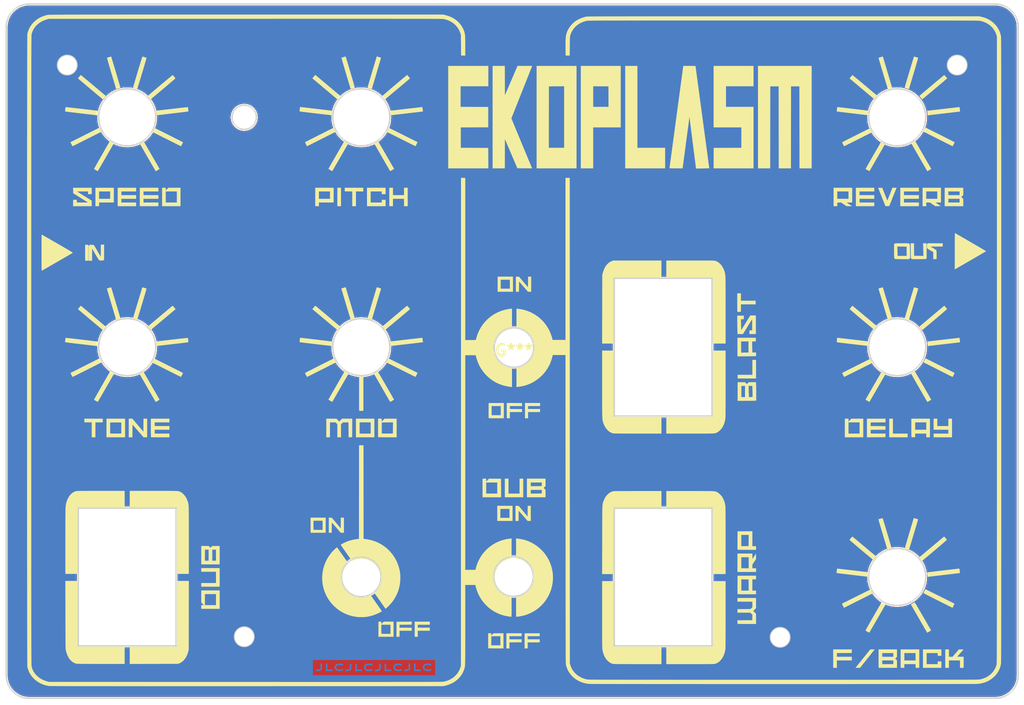
<source format=kicad_pcb>
(kicad_pcb (version 20211014) (generator pcbnew)
  (layers (0 "F.Cu" signal) (31 "B.Cu" signal) (34 "B.Paste" user) (35 "F.Paste" user) (36 "B.SilkS" user "B.Silkscreen") (37 "F.SilkS" user "F.Silkscreen") (38 "B.Mask" user) (39 "F.Mask" user) (44 "Edge.Cuts" user))
  (net 0 "")
  (net 1 "GND")
  (footprint "MountingHole:MountingHole_3.2mm_M3_DIN965_Pad" (layer "F.Cu") (at 367.766 176.992)
    (fp_text reference "H2" hide)
    (fp_text value "MountingHole_Pad")
    (pad "1" thru_hole circle (at 0 0) (size 3.5 3.5) (drill 2.5) (layers *.Cu *.Mask) (net 1 "GND"))
  )
  (footprint "MountingHole:MountingHole_3.2mm_M3_DIN965_Pad" (layer "F.Cu") (at 250.926 176.992)
    (fp_text reference "H2" hide)
    (fp_text value "MountingHole_Pad")
    (pad "1" thru_hole circle (at 0 0) (size 3.5 3.5) (drill 2.5) (layers *.Cu *.Mask) (net 1 "GND"))
  )
  (footprint "MountingHole:MountingHole_3.2mm_M3_DIN965_Pad" (layer "F.Cu") (at 274.167 252.049)
    (fp_text reference "H2" hide)
    (fp_text value "MountingHole_Pad")
    (pad "1" thru_hole circle (at 0 0) (size 3.5 3.5) (drill 2.5) (layers *.Cu *.Mask) (net 1 "GND"))
  )
  (footprint "MountingHole:MountingHole_3.2mm_M3_DIN965_Pad" (layer "F.Cu") (at 344.525 252.1252)
    (fp_text reference "H2" hide)
    (fp_text value "MountingHole_Pad")
    (pad "1" thru_hole circle (at 0 0) (size 3.5 3.5) (drill 2.5) (layers *.Cu *.Mask) (net 1 "GND"))
  )
  (footprint "ekoplasm footprint:ekoplasm" (layer "F.Cu") (at 309.6 214.45)
    (fp_text reference "G***" (at 0 0) (layer "F.SilkS") (effects (font (size 1.524 1.524) (thickness 0.3))))
    (fp_text value "LOGO" hide)
  )
  (gr_circle (center 289.534 214.0252) (end 293.284 214.0252) (layer "Edge.Cuts") (width 0.2) (fill none))
  (gr_line (start 252.375 235.1504) (end 265.225 235.1504) (layer "Edge.Cuts") (width 0.2))
  (gr_circle (center 274.167 252.049) (end 275.437 252.049) (layer "Edge.Cuts") (width 0.2) (fill none))
  (gr_circle (center 344.525 252.1252) (end 345.795 252.1252) (layer "Edge.Cuts") (width 0.2) (fill none))
  (gr_line (start 335.583 253.2504) (end 322.733 253.2504) (layer "Edge.Cuts") (width 0.2))
  (gr_line (start 245.926 168.992) (end 372.766 168.992) (layer "Edge.Cuts") (width 0.2))
  (gr_arc (start 242.926 171.992) (mid 243.80468 169.87068) (end 245.926 168.992) (layer "Edge.Cuts") (width 0.2))
  (gr_circle (center 359.892 244.2004) (end 363.642 244.2004) (layer "Edge.Cuts") (width 0.2) (fill none))
  (gr_circle (center 359.892 214.0252) (end 363.642 214.0252) (layer "Edge.Cuts") (width 0.2) (fill none))
  (gr_line (start 265.225 235.1504) (end 265.225 253.2504) (layer "Edge.Cuts") (width 0.2))
  (gr_line (start 375.766 171.992) (end 375.766 257.1252) (layer "Edge.Cuts") (width 0.2))
  (gr_line (start 335.583 204.9752) (end 335.583 223.0752) (layer "Edge.Cuts") (width 0.2))
  (gr_circle (center 309.5238 244.1496) (end 312.1238 244.1496) (layer "Edge.Cuts") (width 0.2) (fill none))
  (gr_circle (center 258.8 214.0252) (end 262.55 214.0252) (layer "Edge.Cuts") (width 0.2) (fill none))
  (gr_line (start 322.733 253.2504) (end 322.733 235.1504) (layer "Edge.Cuts") (width 0.2))
  (gr_arc (start 375.766 257.1252) (mid 374.88732 259.24652) (end 372.766 260.1252) (layer "Edge.Cuts") (width 0.2))
  (gr_arc (start 245.926 260.1252) (mid 243.80468 259.24652) (end 242.926 257.1252) (layer "Edge.Cuts") (width 0.2))
  (gr_circle (center 274.167 183.85) (end 275.767 183.85) (layer "Edge.Cuts") (width 0.2) (fill none))
  (gr_line (start 252.375 253.2504) (end 252.375 235.1504) (layer "Edge.Cuts") (width 0.2))
  (gr_line (start 372.766 260.1252) (end 245.926 260.1252) (layer "Edge.Cuts") (width 0.2))
  (gr_line (start 265.225 253.2504) (end 252.375 253.2504) (layer "Edge.Cuts") (width 0.2))
  (gr_circle (center 367.766 176.992) (end 369.036 176.992) (layer "Edge.Cuts") (width 0.2) (fill none))
  (gr_line (start 322.733 204.9752) (end 335.583 204.9752) (layer "Edge.Cuts") (width 0.2))
  (gr_circle (center 250.926 176.992) (end 252.196 176.992) (layer "Edge.Cuts") (width 0.2) (fill none))
  (gr_circle (center 289.534 183.85) (end 293.284 183.85) (layer "Edge.Cuts") (width 0.2) (fill none))
  (gr_line (start 322.733 223.0752) (end 322.733 204.9752) (layer "Edge.Cuts") (width 0.2))
  (gr_line (start 322.733 235.1504) (end 335.583 235.1504) (layer "Edge.Cuts") (width 0.2))
  (gr_circle (center 258.8 183.85) (end 262.55 183.85) (layer "Edge.Cuts") (width 0.2) (fill none))
  (gr_circle (center 359.892 183.85) (end 363.642 183.85) (layer "Edge.Cuts") (width 0.2) (fill none))
  (gr_circle (center 309.5746 214.076) (end 312.1746 214.076) (layer "Edge.Cuts") (width 0.2) (fill none))
  (gr_line (start 335.583 235.1504) (end 335.583 253.2504) (layer "Edge.Cuts") (width 0.2))
  (gr_arc (start 372.766 168.992) (mid 374.88732 169.87068) (end 375.766 171.992) (layer "Edge.Cuts") (width 0.2))
  (gr_line (start 242.926 257.1252) (end 242.926 171.992) (layer "Edge.Cuts") (width 0.2))
  (gr_circle (center 289.534 244.2004) (end 292.134 244.2004) (layer "Edge.Cuts") (width 0.2) (fill none))
  (gr_line (start 335.583 223.0752) (end 322.733 223.0752) (layer "Edge.Cuts") (width 0.2))
  (gr_text "JLCJLCJLCJLC" (at 291.2 256.1) (layer "B.Cu") (effects (font (size 0.8 1.5) (thickness 0.2))))
  (zone (net 1) (net_name "GND") (layer "F.Cu") (connect_pads yes (clearance 0.2)) (min_thickness 0.254) (fill yes (thermal_gap 0.508) (thermal_bridge_width 0.508))
    (polygon (pts (xy 242.15 168.450019) (xy 376.55 168.5) (xy 376.55 260.25) (xy 242.3 261) (xy 242.15 168.450019) (xy 242.1 168.45) (xy 242.15 168.45)))
  )
  (zone (net 1) (net_name "GND") (layers F&B.Cu) (connect_pads yes (clearance 0.2)) (min_thickness 0.254) (fill yes (thermal_gap 0.508) (thermal_bridge_width 0.508))
    (polygon (pts (xy 242.15 168.45) (xy 376.5 168.5) (xy 376.55 260.25) (xy 242.3 261) (xy 242.15 168.5) (xy 242.15 168.5) (xy 242.15 168.45)))
  )
)
</source>
